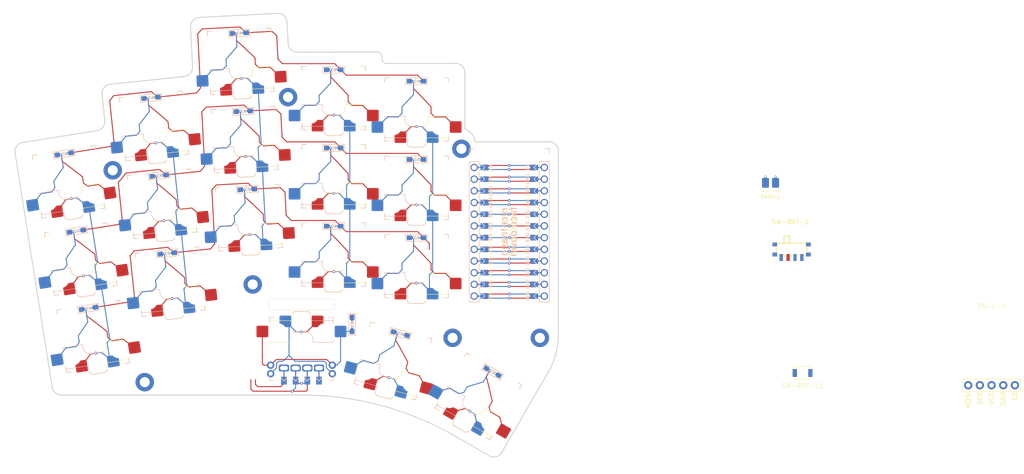
<source format=kicad_pcb>
(kicad_pcb (version 20241229) (generator "pcbnew") (generator_version "9.0")
  (layers (0 "F.Cu" signal) (2 "B.Cu" signal) (13 "F.Paste" user) (15 "B.Paste" user) (5 "F.SilkS" user "F.Silkscreen") (7 "B.SilkS" user "B.Silkscreen") (1 "F.Mask" user) (3 "B.Mask" user) (25 "Edge.Cuts" user))
  (net 0 "")
  (net 1 "Net-(SW-BAT-1-B)")
  (net 2 "GND")
  (net 3 "Net-(D-1-A)")
  (net 4 "Net-(D-2-A)")
  (net 5 "Net-(D-3-A)")
  (net 6 "Net-(D-4-A)")
  (net 7 "Net-(D-5-A)")
  (net 8 "Net-(D-6-A)")
  (net 9 "Net-(D-7-A)")
  (net 10 "Net-(D-8-A)")
  (net 11 "Net-(D-9-A)")
  (net 12 "Net-(D-10-A)")
  (net 13 "Net-(D-11-A)")
  (net 14 "Net-(D-12-A)")
  (net 15 "Net-(D-13-A)")
  (net 16 "Net-(D-14-A)")
  (net 17 "Net-(D-15-A)")
  (net 18 "Net-(D-16-A)")
  (net 19 "Net-(D-17-A)")
  (net 20 "SW-18-OUT")
  (net 22 "VBAT+")
  (net 23 "RST")
  (net 24 "ENC-A")
  (net 25 "ENC-B")
  (net 26 "SCK{slash}SDA")
  (net 27 "CS")
  (net 29 "MOSI{slash}SCL")
  (net 30 "COL-2")
  (net 31 "COL-5")
  (net 32 "COL-4")
  (net 33 "MISO")
  (net 34 "ROW-3")
  (net 36 "COL-1")
  (net 37 "COL-3")
  (net 38 "ROW-4")
  (net 40 "ROW-1")
  (net 41 "ROW-2")
  (net 42 "+3V3")
  (footprint "anura:Choc_Hotswap_Reversible" (layer "F.Cu") (at 302.738033 147.074913 -174)
    (property "Reference" "SW-11" (hide yes))
    (property "Value" "Switch" (hide yes))
  )
  (footprint "anura:SW_PUSH_SPST" (layer "F.Cu") (at 441.9 183.85)
    (property "Reference" "SW-RST-L1")
    (property "Value" "SW_Push" (hide yes))
  )
  (footprint "anura:Choc_Hotswap_Reversible" (layer "F.Cu") (at 358.021138 126.603832 180)
    (property "Reference" "SW-1" (hide yes))
    (property "Value" "Switch" (hide yes))
  )
  (footprint "anura:Choc_Hotswap_Reversible" (layer "F.Cu") (at 300.96105 130.168039 -174)
    (property "Reference" "SW-10" (hide yes))
    (property "Value" "Switch" (hide yes))
  )
  (footprint "anura:Choc_Hotswap_Reversible" (layer "F.Cu") (at 340.021138 158.103832 180)
    (property "Reference" "SW-6" (hide yes))
    (property "Value" "Switch" (hide yes))
  )
  (footprint "" (layer "F.Cu") (at 384.817174 176.21173)
    (property "Reference" "")
    (property "Value" "")
  )
  (footprint "anura:SW-TH_MSK12C02" (layer "F.Cu") (at 439.5 157 180)
    (property "Reference" "SW-BAT-1")
    (property "Value" "SW_SPDT")
  )
  (footprint "" (layer "F.Cu") (at 330.111138 123.903833)
    (property "Reference" "")
    (property "Value" "")
  )
  (footprint "anura:Choc_Hotswap_Reversible" (layer "F.Cu") (at 321.588617 150.086505 -177)
    (property "Reference" "SW-9" (hide yes))
    (property "Value" "Switch" (hide yes))
  )
  (footprint "anura:Choc_Hotswap_Reversible" (layer "F.Cu") (at 320.698906 133.109803 -177)
    (property "Reference" "SW-8" (hide yes))
    (property "Value" "Switch" (hide yes))
  )
  (footprint "anura:nice!view" (layer "F.Cu") (at 482.965 169.8)
    (property "Reference" "DS-L-1")
    (property "Value" "Nice!View" (hide yes))
  )
  (footprint "" (layer "F.Cu") (at 292.021138 139.803833)
    (property "Reference" "")
    (property "Value" "")
  )
  (footprint "anura:hotswap_chocv1_combined_EVQWGD001" (layer "F.Cu") (at 333.021215 178.624572)
    (property "Reference" "CombChocEncoder1" (hide yes))
    (property "Value" "~" (hide yes))
    (fp_line (start -7.1 -10.577) (end -7.1 -8.777) (stroke (width 0.05)) (layer "Edge.Cuts"))
    (fp_line (start -6.8 -8.477) (end 6.8 -8.477) (stroke (width 0.05)) (layer "Edge.Cuts"))
    (fp_line (start 6.8 -10.877) (end -6.8 -10.877) (stroke (width 0.05)) (layer "Edge.Cuts"))
    (fp_line (start 7.1 -8.777) (end 7.1 -10.577) (stroke (width 0.05)) (layer "Edge.Cuts"))
    (fp_arc (start -7.1 -10.577) (mid -7.012132 -10.789132) (end -6.8 -10.877) (stroke (width 0.05)) (layer "Edge.Cuts"))
    (fp_arc (start -6.8 -8.477) (mid -7.012132 -8.564868) (end -7.1 -8.777) (stroke (width 0.05)) (layer "Edge.Cuts"))
    (fp_arc (start 6.8 -10.877) (mid 7.012132 -10.789132) (end 7.1 -10.577) (stroke (width 0.05)) (layer "Edge.Cuts"))
    (fp_arc (start 7.1 -8.777) (mid 7.012132 -8.564868) (end 6.8 -8.477) (stroke (width 0.05)) (layer "Edge.Cuts"))
  )
  (footprint "anura:BatteryPad" (layer "F.Cu") (at 434.928862 142.528136)
    (property "Reference" "BP-1" (hide yes))
    (property "Value" "~" (hide yes))
  )
  (footprint "" (layer "F.Cu") (at 298.971135 185.833831)
    (property "Reference" "")
    (property "Value" "")
  )
  (footprint "anura:Choc_Hotswap_Reversible" (layer "F.Cu") (at 287.737353 175.880814 -171)
    (property "Reference" "SW-15" (hide yes))
    (property "Value" "Switch" (hide yes))
  )
  (footprint "anura:Choc_Hotswap_Reversible" (layer "F.Cu") (at 358.021139 143.603832 180)
    (property "Reference" "SW-2" (hide yes))
    (property "Value" "Switch" (hide yes))
  )
  (footprint "" (layer "F.Cu") (at 367.771139 135.133833)
    (property "Reference" "")
    (property "Value" "")
  )
  (footprint "" (layer "F.Cu") (at 322.430659 164.603832)
    (property "Reference" "")
    (property "Value" "")
  )
  (footprint "anura:Choc_Hotswap_Reversible" (layer "F.Cu") (at 304.515017 163.981785 -174)
    (property "Reference" "SW-12" (hide yes))
    (property "Value" "Switch" (hide yes))
  )
  (footprint "anura:Choc_Hotswap_Reversible" (layer "F.Cu") (at 340.021138 141.103832 180)
    (property "Reference" "SW-5" (hide yes))
    (property "Value" "Switch" (hide yes))
  )
  (footprint "anura:Choc_Hotswap_Reversible" (layer "F.Cu") (at 319.809194 116.133101 -177)
    (property "Reference" "SW-7" (hide yes))
    (property "Value" "Switch" (hide yes))
  )
  (footprint "anura:Choc_Hotswap_Reversible" (layer "F.Cu") (at 285.077967 159.090111 -171)
    (property "Reference" "SW-14" (hide yes))
    (property "Value" "Switch" (hide yes))
  )
  (footprint "anura:Choc_Hotswap_Reversible" (layer "F.Cu") (at 282.418579 142.299411 -171)
    (property "Reference" "SW-13" (hide yes))
    (property "Value" "Switch" (hide yes))
  )
  (footprint "anura:Choc_Hotswap_Reversible" (layer "F.Cu") (at 352.914509 181.243574 165)
    (property "Reference" "SW-17" (hide yes))
    (property "Value" "Switch" (hide yes))
  )
  (footprint "anura:Choc_Hotswap_Reversible" (layer "F.Cu") (at 371.452108 188.922099 150)
    (property "Reference" "SW-16" (hide yes))
    (property "Value" "Switch" (hide yes))
  )
  (footprint "anura:Choc_Hotswap_Reversible" (layer "F.Cu") (at 340.021136 124.103834 180)
    (property "Reference" "SW-4" (hide yes))
    (property "Value" "Switch" (hide yes))
  )
  (footprint "" (layer "F.Cu") (at 365.857841 176.21173)
    (property "Reference" "")
    (property "Value" "")
  )
  (footprint "anura:nice!nano_facedown" (layer "F.Cu") (at 378.166139 153.163836)
    (property "Reference" "U1" (hide yes))
    (property "Value" "Nice_Nano_V2" (hide yes))
  )
  (footprint "anura:Choc_Hotswap_Reversible" (layer "F.Cu") (at 358.021138 160.603832 180)
    (property "Reference" "SW-3" (hide yes))
    (property "Value" "Switch" (hide yes))
  )
  (footprint "anura:SOD123 Reversible" (layer "B.Cu") (at 374.527108 183.596044 150)
    (property "Reference" "D-16")
    (property "Value" "Diode" (hide yes))
  )
  (footprint "anura:SOD123 Reversible" (layer "B.Cu") (at 340.021138 134.953833 180)
    (property "Reference" "D-5")
    (property "Value" "Diode" (hide yes))
  )
  (footprint "anura:SOD123 Reversible" (layer "B.Cu") (at 321.266755 143.944935 -177)
    (property "Reference" "D-9")
    (property "Value" "Diode" (hide yes))
  )
  (footprint "anura:SOD123 Reversible" (layer "B.Cu") (at 320.377041 126.968232 -177)
    (property "Reference" "D-8")
    (property "Value" "Diode" (hide yes))
  )
  (footprint "anura:SOD123 Reversible" (layer "B.Cu") (at 344.021062 173.27457 -90)
    (property "Reference" "D-18")
    (property "Value" "Diode" (hide yes))
  )
  (footprint "anura:SOD123 Reversible" (layer "B.Cu") (at 284.115894 153.015828 -171)
    (property "Reference" "D-14")
    (property "Value" "Diode" (hide yes))
  )
  (footprint "anura:SOD123 Reversible" (layer "B.Cu") (at 358.021138 137.453833 180)
    (property "Reference" "D-2")
    (property "Value" "Diode" (hide yes))
  )
  (footprint "anura:SOD123 Reversible" (layer "B.Cu") (at 354.506245 175.30313 165)
    (property "Reference" "D-17")
    (property "Value" "Diode" (hide yes))
  )
  (footprint "anura:SOD123 Reversible" (layer "B.Cu") (at 303.872168 157.865476 -174)
    (property "Reference" "D-12")
    (property "Value" "Diode" (hide yes))
  )
  (footprint "anura:SOD123 Reversible" (layer "B.Cu") (at 358.021138 154.453833 180)
    (property "Reference" "D-3")
    (property "Value" "Diode" (hide yes))
  )
  (footprint "anura:SOD123 Reversible" (layer "B.Cu") (at 319.487328 109.991531 -177)
    (property "Reference" "D-7")
    (property "Value" "Diode" (hide yes))
  )
  (footprint "anura:SOD123 Reversible" (layer "B.Cu") (at 340.021137 117.953837 180)
    (property "Reference" "D-4")
    (property "Value" "Diode" (hide yes))
  )
  (footprint "anura:SOD123 Reversible" (layer "B.Cu") (at 286.775281 169.80653 -171)
    (property "Reference" "D-15")
    (property "Value" "Diode" (hide yes))
  )
  (footprint "anura:SOD123 Reversible" (layer "B.Cu") (at 300.318199 124.051731 -174)
    (property "Reference" "D-10")
    (property "Value" "Diode" (hide yes))
  )
  (footprint "anura:SOD123 Reversible" (layer "B.Cu") (at 302.095183 140.958604 -174)
    (property "Reference" "D-11")
    (property "Value" "Diode" (hide yes))
  )
  (footprint "anura:SOD123 Reversible" (layer "B.Cu") (at 340.021139 151.953833 180)
    (property "Reference" "D-6")
    (property "Value" "Diode" (hide yes))
  )
  (footprint "anura:SOD123 Reversible" (layer "B.Cu") (at 358.021138 120.453833 180)
    (property "Reference" "D-1")
    (property "Value" "Diode" (hide yes))
  )
  (footprint "anura:SOD123 Reversible" (layer "B.Cu") (at 281.456509 136.225128 -171)
    (property "Reference" "D-13")
    (property "Value" "Diode" (hide yes))
  )
  (gr_line (start 290.75471 174.795432) (end 287.928144 172.610706) (stroke (width 0.2)) (layer "F.Cu") (net 17))
  (gr_line (start 289.229631 160.052497) (end 288.314336 159.387492) (stroke (width 0.2)) (layer "F.Cu") (net 16))
  (gr_line (start 306.833642 148.25326) (end 305.9544 147.541266) (stroke (width 0.2)) (layer "F.Cu") (net 13))
  (gr_line (start 343.171138 123.503833) (end 340.721139 120.903833) (stroke (width 0.2)) (layer "F.Cu") (net 6))
  (gr_line (start 343.171138 140.503834) (end 340.721138 137.903833) (stroke (width 0.2)) (layer "F.Cu") (net 7))
  (gr_line (start 323.813192 132.345767) (end 321.230472 129.877554) (stroke (width 0.2)) (layer "F.Cu") (net 10))
  (gr_line (start 343.171138 157.503833) (end 340.721138 154.903833) (stroke (width 0.2)) (layer "F.Cu") (net 8))
  (gr_line (start 374.072907 192.28274) (end 373.780087 191.189921) (stroke (width 0.2)) (layer "F.Cu") (net 18))
  (gr_line (start 343.971138 125.703833) (end 343.171138 124.903833) (stroke (width 0.2)) (layer "F.Cu") (net 6))
  (gr_line (start 374.480089 189.977484) (end 373.658325 186.500818) (stroke (width 0.2)) (layer "F.Cu") (net 18))
  (gr_line (start 305.056656 131.346389) (end 304.177416 130.634394) (stroke (width 0.2)) (layer "F.Cu") (net 12))
  (gr_line (start 304.031076 129.242064) (end 301.322723 126.912401) (stroke (width 0.2)) (layer "F.Cu") (net 12))
  (gr_line (start 356.112465 181.479299) (end 354.418877 178.333784) (stroke (width 0.2)) (layer "F.Cu") (net 19))
  (gr_line (start 307.585045 163.055807) (end 304.876691 160.726144) (stroke (width 0.2)) (layer "F.Cu") (net 14))
  (gr_line (start 324.702899 149.322469) (end 322.120183 146.854257) (stroke (width 0.2)) (layer "F.Cu") (net 11))
  (gr_line (start 291.889019 176.843198) (end 290.973719 176.178195) (stroke (width 0.2)) (layer "F.Cu") (net 17))
  (gr_line (start 286.570245 143.261796) (end 285.654948 142.596794) (stroke (width 0.2)) (layer "F.Cu") (net 15))
  (gr_line (start 325.61694 151.477586) (end 324.776169 150.720551) (stroke (width 0.2)) (layer "F.Cu") (net 11))
  (gr_line (start 361.171138 143.003833) (end 358.721139 140.403831) (stroke (width 0.2)) (layer "F.Cu") (net 4))
  (gr_line (start 361.971138 162.203834) (end 361.171138 161.403831) (stroke (width 0.2)) (layer "F.Cu") (net 5))
  (gr_line (start 361.971138 145.203832) (end 361.171139 144.403832) (stroke (width 0.2)) (layer "F.Cu") (net 4))
  (gr_line (start 288.095324 158.00473) (end 285.268758 155.820005) (stroke (width 0.2)) (layer "F.Cu") (net 16))
  (gr_line (start 361.971138 128.203833) (end 361.171136 127.403833) (stroke (width 0.2)) (layer "F.Cu") (net 3))
  (gr_line (start 285.435939 141.21403) (end 282.609373 139.029305) (stroke (width 0.2)) (layer "F.Cu") (net 15))
  (gr_line (start 361.171139 160.003838) (end 358.721139 157.403832) (stroke (width 0.2)) (layer "F.Cu") (net 5))
  (gr_line (start 308.610625 165.160132) (end 307.731384 164.448137) (stroke (width 0.2)) (layer "F.Cu") (net 14))
  (gr_line (start 322.923476 115.369064) (end 320.34076 112.900853) (stroke (width 0.2)) (layer "F.Cu") (net 9))
  (gr_line (start 356.315803 183.811392) (end 355.750119 182.831596) (stroke (width 0.2)) (layer "F.Cu") (net 19))
  (gr_line (start 324.72723 134.500884) (end 323.886458 133.743849) (stroke (width 0.2)) (layer "F.Cu") (net 10))
  (gr_line (start 361.171139 126.003833) (end 358.721138 123.403833) (stroke (width 0.2)) (layer "F.Cu") (net 3))
  (gr_line (start 323.837518 117.524187) (end 322.996746 116.767148) (stroke (width 0.2)) (layer "F.Cu") (net 9))
  (gr_line (start 343.971139 159.703833) (end 343.171139 158.903831) (stroke (width 0.2)) (layer "F.Cu") (net 8))
  (gr_line (start 343.971133 142.703832) (end 343.171139 141.903825) (stroke (width 0.2)) (layer "F.Cu") (net 7))
  (gr_line (start 305.80806 146.148934) (end 303.099709 143.819273) (stroke (width 0.2)) (layer "F.Cu") (net 13))
  (gr_line (start 354.871138 160.003833) (end 357.321138 157.403833) (stroke (width 0.2)) (layer "B.Cu") (net 5))
  (gr_line (start 354.071138 145.203839) (end 354.871139 144.403833) (stroke (width 0.2)) (layer "B.Cu") (net 4))
  (gr_line (start 297.765588 129.900592) (end 299.930393 127.058741) (stroke (width 0.2)) (layer "B.Cu") (net 12))
  (gr_line (start 354.871138 126.003832) (end 357.321138 123.403833) (stroke (width 0.2)) (layer "B.Cu") (net 3))
  (gr_line (start 301.319557 163.714337) (end 303.484361 160.872485) (stroke (width 0.2)) (layer "B.Cu") (net 14))
  (gr_line (start 336.871138 157.503832) (end 339.321138 154.903833) (stroke (width 0.2)) (layer "B.Cu") (net 8))
  (gr_line (start 298.976917 149.079035) (end 299.688913 148.199794) (stroke (width 0.2)) (layer "B.Cu") (net 13))
  (gr_line (start 354.871137 143.003831) (end 357.321138 140.403833) (stroke (width 0.2)) (layer "B.Cu") (net 4))
  (gr_line (start 369.024129 186.827484) (end 372.445891 185.800819) (stroke (width 0.2)) (layer "B.Cu") (net 18))
  (gr_line (start 315.948346 117.937637) (end 316.70538 117.096864) (stroke (width 0.2)) (layer "B.Cu") (net 9))
  (gr_line (start 336.071138 142.703832) (end 336.871138 141.903833) (stroke (width 0.2)) (layer "B.Cu") (net 7))
  (gr_line (start 350.027133 179.84874) (end 353.066581 177.971438) (stroke (width 0.2)) (layer "B.Cu") (net 19))
  (gr_line (start 284.532274 175.780969) (end 286.545381 172.829714) (stroke (width 0.2)) (layer "B.Cu") (net 17))
  (gr_line (start 348.68499 181.766715) (end 349.664785 181.201036) (stroke (width 0.2)) (layer "B.Cu") (net 19))
  (gr_line (start 278.767507 144.497629) (end 279.432511 143.582331) (stroke (width 0.2)) (layer "B.Cu") (net 15))
  (gr_line (start 336.071139 125.703833) (end 336.871138 124.903839) (stroke (width 0.2)) (layer "B.Cu") (net 6))
  (gr_line (start 299.542573 146.807463) (end 301.707377 143.965612) (stroke (width 0.2)) (layer "B.Cu") (net 13))
  (gr_line (start 317.727768 151.891041) (end 318.484799 151.050269) (stroke (width 0.2)) (layer "B.Cu") (net 11))
  (gr_line (start 336.871138 123.503832) (end 339.321138 120.903833) (stroke (width 0.2)) (layer "B.Cu") (net 6))
  (gr_line (start 284.086279 178.079031) (end 284.751282 177.163733) (stroke (width 0.2)) (layer "B.Cu") (net 17))
  (gr_line (start 281.426893 161.288329) (end 282.091895 160.373033) (stroke (width 0.2)) (layer "B.Cu") (net 16))
  (gr_line (start 367.23131 188.332742) (end 368.324129 188.039921) (stroke (width 0.2)) (layer "B.Cu") (net 18))
  (gr_line (start 336.071138 159.703833) (end 336.871138 158.903838) (stroke (width 0.2)) (layer "B.Cu") (net 8))
  (gr_line (start 300.753901 165.985907) (end 301.465896 165.106667) (stroke (width 0.2)) (layer "B.Cu") (net 14))
  (gr_line (start 317.521821 132.675485) (end 319.832391 129.950824) (stroke (width 0.2)) (layer "B.Cu") (net 10))
  (gr_line (start 318.411533 149.652187) (end 320.722103 146.927527) (stroke (width 0.2)) (layer "B.Cu") (net 11))
  (gr_line (start 354.071139 162.203833) (end 354.871138 161.403833) (stroke (width 0.2)) (layer "B.Cu") (net 5))
  (gr_line (start 279.213503 142.199567) (end 281.226609 139.248311) (stroke (width 0.2)) (layer "B.Cu") (net 15))
  (gr_line (start 316.63211 115.698783) (end 318.94268 112.974123) (stroke (width 0.2)) (layer "B.Cu") (net 9))
  (gr_line (start 316.838057 134.914338) (end 317.595092 134.073565) (stroke (width 0.2)) (layer "B.Cu") (net 10))
  (gr_line (start 336.871138 140.503832) (end 339.321138 137.903833) (stroke (width 0.2)) (layer "B.Cu") (net 7))
  (gr_line (start 354.071138 128.203833) (end 354.871137 127.403832) (stroke (width 0.2)) (layer "B.Cu") (net 3))
  (gr_line (start 297.199935 132.172163) (end 297.911927 131.292922) (stroke (width 0.2)) (layer "B.Cu") (net 12))
  (gr_line (start 281.872892 158.990266) (end 283.885995 156.039012) (stroke (width 0.2)) (layer "B.Cu") (net 16))
  (gr_arc (start 289.682304 123.309388) (mid 290.117057 121.841694) (end 291.462294 121.111312) (stroke (width 0.2)) (layer "Edge.Cuts"))
  (gr_arc (start 327.774143 105.701949) (mid 329.214135 106.210245) (end 329.875664 107.586577) (stroke (width 0.2)) (layer "Edge.Cuts"))
  (gr_line (start 308.904863 108.693606) (end 309.357205 117.324818) (stroke (width 0.2)) (layer "Edge.Cuts"))
  (gr_line (start 270.796352 136.040534) (end 278.85916 186.947083) (stroke (width 0.2)) (layer "Edge.Cuts"))
  (gr_line (start 376.545332 201.100315) (end 386.751845 183.422116) (stroke (width 0.2)) (layer "Edge.Cuts"))
  (gr_line (start 366.521116 116.603832) (end 351.521116 116.603833) (stroke (width 0.2)) (layer "Edge.Cuts"))
  (gr_arc (start 366.521116 116.603832) (mid 367.932793 117.187064) (end 368.521104 118.596624) (stroke (width 0.2)) (layer "Edge.Cuts"))
  (gr_arc (start 309.357205 117.324818) (mid 308.880798 118.728314) (end 307.569101 119.418419) (stroke (width 0.2)) (layer "Edge.Cuts"))
  (gr_line (start 386.821116 133.603831) (end 370.771111 133.603833) (stroke (width 0.2)) (layer "Edge.Cuts"))
  (gr_line (start 388.821105 175.684835) (end 388.821107 135.596624) (stroke (width 0.2)) (layer "Edge.Cuts"))
  (gr_arc (start 333.021178 188.624572) (mid 350.326285 190.902843) (end 366.452085 197.582355) (stroke (width 0.2)) (layer "Edge.Cuts"))
  (gr_line (start 289.682304 123.309388) (end 290.281518 129.010531) (stroke (width 0.2)) (layer "Edge.Cuts"))
  (gr_line (start 368.521104 130.796645) (end 368.521104 118.596624) (stroke (width 0.2)) (layer "Edge.Cuts"))
  (gr_line (start 288.600209 131.195686) (end 272.458916 133.75221) (stroke (width 0.2)) (layer "Edge.Cuts"))
  (gr_arc (start 349.518236 114.102395) (mid 350.227197 114.394261) (end 350.521104 115.102388) (stroke (width 0.2)) (layer "Edge.Cuts"))
  (gr_line (start 307.569101 119.418419) (end 291.462294 121.111312) (stroke (width 0.2)) (layer "Edge.Cuts"))
  (gr_arc (start 280.833016 188.624572) (mid 279.537837 188.148544) (end 278.85916 186.947083) (stroke (width 0.2)) (layer "Edge.Cuts"))
  (gr_line (start 280.833016 188.624572) (end 333.021178 188.624572) (stroke (width 0.2)) (layer "Edge.Cuts"))
  (gr_arc (start 388.821105 175.684835) (mid 388.294859 179.689439) (end 386.751845 183.422116) (stroke (width 0.2)) (layer "Edge.Cuts"))
  (gr_line (start 366.452085 197.582355) (end 373.813289 201.832352) (stroke (width 0.2)) (layer "Edge.Cuts"))
  (gr_arc (start 332.123576 114.152492) (mid 330.738145 113.600686) (end 330.119736 112.24371) (stroke (width 0.2)) (layer "Edge.Cuts"))
  (gr_line (start 349.518236 114.102395) (end 332.123576 114.152492) (stroke (width 0.2)) (layer "Edge.Cuts"))
  (gr_arc (start 351.521116 116.603833) (mid 350.814023 116.310932) (end 350.521104 115.603833) (stroke (width 0.2)) (layer "Edge.Cuts"))
  (gr_arc (start 368.521104 130.796645) (mid 370.029866 131.892652) (end 370.771111 133.603833) (stroke (width 0.2)) (layer "Edge.Cuts"))
  (gr_arc (start 290.281518 129.010531) (mid 289.877574 130.439116) (end 288.600209 131.195686) (stroke (width 0.2)) (layer "Edge.Cuts"))
  (gr_line (start 327.774143 105.701949) (end 310.797449 106.591661) (stroke (width 0.2)) (layer "Edge.Cuts"))
  (gr_arc (start 270.796352 136.040534) (mid 271.153699 134.552045) (end 272.458916 133.75221) (stroke (width 0.2)) (layer "Edge.Cuts"))
  (gr_line (start 330.119736 112.24371) (end 329.875664 107.586577) (stroke (width 0.2)) (layer "Edge.Cuts"))
  (gr_arc (start 308.904863 108.693606) (mid 309.415831 107.250667) (end 310.797449 106.591661) (stroke (width 0.2)) (layer "Edge.Cuts"))
  (gr_arc (start 376.545332 201.100315) (mid 375.330932 202.032182) (end 373.813289 201.832352) (stroke (width 0.2)) (layer "Edge.Cuts"))
  (gr_line (start 350.521104 115.603833) (end 350.521104 115.102388) (stroke (width 0.2)) (layer "Edge.Cuts"))
  (gr_arc (start 386.821116 133.603831) (mid 388.232794 134.187063) (end 388.821107 135.596624) (stroke (width 0.2)) (layer "Edge.Cuts"))
  (segment (start 336.831214 182.769572) (end 336.831214 185.078572) (width 0.2) (layer "F.Cu") (net 0))
  (segment (start 329.211214 182.769571) (end 329.211214 185.078572) (width 0.2) (layer "F.Cu") (net 0))
  (segment (start 334.291214 182.769572) (end 334.291214 185.078573) (width 0.2) (layer "F.Cu") (net 0))
  (segment (start 331.751214 182.769571) (end 331.751214 185.078572) (width 0.2) (layer "F.Cu") (net 0))
  (segment (start 329.211214 182.769571) (end 329.211214 185.078572) (width 0.2) (layer "B.Cu") (net 0))
  (segment (start 336.831214 182.769572) (end 336.831214 185.078572) (width 0.2) (layer "B.Cu") (net 0))
  (segment (start 331.751214 182.769571) (end 331.751214 185.078572) (width 0.2) (layer "B.Cu") (net 0))
  (segment (start 334.291214 182.769572) (end 334.291214 185.078573) (width 0.2) (layer "B.Cu") (net 0))
  (segment (start 378.171138 147.263833) (end 382.547138 147.263833) (width 0.2) (layer "F.Cu") (net 2))
  (segment (start 382.547138 144.723833) (end 382.997138 144.273833) (width 0.2) (layer "F.Cu") (net 2))
  (segment (start 382.547138 147.263833) (end 382.997137 146.813833) (width 0.2) (layer "F.Cu") (net 2))
  (segment (start 378.171138 144.723834) (end 382.547138 144.723833) (width 0.2) (layer "F.Cu") (net 2))
  (segment (start 333.021138 186.094571) (end 331.751214 186.094571) (width 0.2) (layer "F.Cu") (net 2))
  (segment (start 373.345139 141.733832) (end 373.795138 141.283831) (width 0.2) (layer "F.Cu") (net 2))
  (segment (start 373.795138 141.283831) (end 378.171138 141.283832) (width 0.2) (layer "F.Cu") (net 2))
  (via (at 378.171138 144.723834) (size 0.6) (drill 0.3) (layers "F.Cu" "B.Cu") (net 2))
  (via (at 378.171138 141.283832) (size 0.6) (drill 0.3) (layers "F.Cu" "B.Cu") (net 2))
  (via (at 378.171138 147.263833) (size 0.6) (drill 0.3) (layers "F.Cu" "B.Cu") (net 2))
  (via (at 333.021138 186.094571) (size 0.6) (drill 0.3) (layers "F.Cu" "B.Cu") (net 2))
  (segment (start 373.345138 146.813832) (end 373.795138 147.263833) (width 0.2) (layer "B.Cu") (net 2))
  (segment (start 373.345138 144.273832) (end 373.795138 144.723838) (width 0.2) (layer "B.Cu") (net 2))
  (segment (start 373.795138 147.263833) (end 378.171138 147.263833) (width 0.2) (layer "B.Cu") (net 2))
  (segment (start 378.171138 141.283832) (end 382.547138 141.283833) (width 0.2) (layer "B.Cu") (net 2))
  (segment (start 373.795138 144.723838) (end 378.171138 144.723834) (width 0.2) (layer "B.Cu") (net 2))
  (segment (start 382.547138 141.283833) (end 382.997146 141.733831) (width 0.2) (layer "B.Cu") (net 2))
  (segment (start 334.291214 186.094572) (end 333.021138 186.094571) (width 0.2) (layer "B.Cu") (net 2))
  (segment (start 361.171136 127.403833) (end 361.171139 126.003833) (width 0.2) (layer "F.Cu") (net 3))
  (segment (start 366.521138 130.403833) (end 364.321138 128.203833) (width 0.2) (layer "F.Cu") (net 3))
  (segment (start 357.371138 122.053833) (end 357.371138 120.453832) (width 0.2) (layer "F.Cu") (net 3))
  (segment (start 364.321138 128.203833) (end 361.971138 128.203833) (width 0.2) (layer "F.Cu") (net 3))
  (segment (start 358.721138 123.403833) (end 357.371138 122.053833) (width 0.2) (layer "F.Cu") (net 3))
  (segment (start 357.371138 120.453832) (end 357.371138 123.353833) (width 0.2) (layer "B.Cu") (net 3))
  (segment (start 351.721138 128.203832) (end 354.071138 128.203833) (width 0.2) (layer "B.Cu") (net 3))
  (segment (start 349.521139 130.403833) (end 351.721138 128.203832) (width 0.2) (layer "B.Cu") (net 3))
  (segment (start 357.371138 123.353833) (end 357.321138 123.403833) (width 0.2) (layer "B.Cu") (net 3))
  (segment (start 354.871137 127.403832) (end 354.871138 126.003832) (width 0.2) (layer "B.Cu") (net 3))
  (segment (start 358.721139 140.403831) (end 357.371138 139.053833) (width 0.2) (layer "F.Cu") (net 4))
  (segment (start 364.321138 145.203833) (end 361.971138 145.203832) (width 0.2) (layer "F.Cu") (net 4))
  (segment (start 366.521136 147.403833) (end 364.321138 145.203833) (width 0.2) (layer "F.Cu") (net 4))
  (segment (start 357.371138 139.053833) (end 357.371138 137.453832) (width 0.2) (layer "F.Cu") (net 4))
  (segment (start 361.171139 144.403832) (end 361.171138 143.003833) (width 0.2) (layer "F.Cu") (net 4))
  (segment (start 357.371138 137.453832) (end 357.371138 140.353833) (width 0.2) (layer "B.Cu") (net 4))
  (segment (start 349.521138 147.403833) (end 351.721132 145.203833) (width 0.2) (layer "B.Cu") (net 4))
  (segment (start 357.371138 140.353833) (end 357.321138 140.403833) (width 0.2) (layer "B.Cu") (net 4))
  (segment (start 351.721132 145.203833) (end 354.071138 145.203839) (width 0.2) (layer "B.Cu") (net 4))
  (segment (start 354.871139 144.403833) (end 354.871137 143.003831) (width 0.2) (layer "B.Cu") (net 4))
  (segment (start 364.321137 162.203839) (end 361.971138 162.203834) (width 0.2) (layer "F.Cu") (net 5))
  (segment (start 361.171138 161.403831) (end 361.171139 160.003838) (width 0.2) (layer "F.Cu") (net 5))
  (segment (start 366.521138 164.403832) (end 364.321137 162.203839) (width 0.2) (layer "F.Cu") (net 5))
  (segment (start 357.371138 156.053833) (end 357.371138 154.453832) (width 0.2) (layer "F.Cu") (net 5))
  (segment (start 358.721139 157.403832) (end 357.371138 156.053833) (width 0.2) (layer "F.Cu") (net 5))
  (segment (start 357.371134 157.353831) (end 357.321138 157.403833) (width 0.2) (layer "B.Cu") (net 5))
  (segment (start 351.721138 162.203834) (end 354.071139 162.203833) (width 0.2) (layer "B.Cu") (net 5))
  (segment (start 357.371138 154.453832) (end 357.371134 157.353831) (width 0.2) (layer "B.Cu") (net 5))
  (segment (start 354.871138 161.403833) (end 354.871138 160.003833) (width 0.2) (layer "B.Cu") (net 5))
  (segment (start 349.521138 164.403833) (end 351.721138 162.203834) (width 0.2) (layer "B.Cu") (net 5))
  (segment (start 340.721139 120.903833) (end 339.371138 119.553832) (width 0.2) (layer "F.Cu") (net 6))
  (segment (start 339.371138 119.553832) (end 339.371138 117.953829) (width 0.2) (layer "F.Cu") (net 6))
  (segment (start 346.321138 125.703832) (end 343.971138 125.703833) (width 0.2) (layer "F.Cu") (net 6))
  (segment (start 348.521138 127.903833) (end 346.321138 125.703832) (width 0.2) (layer "F.Cu") (net 6))
  (segment (start 343.171138 124.903833) (end 343.171138 123.503833) (width 0.2) (layer "F.Cu") (net 6))
  (segment (start 339.371138 117.953829) (end 339.371139 120.853833) (width 0.2) (layer "B.Cu") (net 6))
  (segment (start 336.871138 124.903839) (end 336.871138 123.503832) (width 0.2) (layer "B.Cu") (net 6))
  (segment (start 339.371139 120.853833) (end 339.321138 120.903833) (width 0.2) (layer "B.Cu") (net 6))
  (segment (start 333.721138 125.703833) (end 336.071139 125.703833) (width 0.2) (layer "B.Cu") (net 6))
  (segment (start 331.521138 127.903833) (end 333.721138 125.703833) (width 0.2) (layer "B.Cu") (net 6))
  (segment (start 340.721138 137.903833) (end 339.371138 136.553833) (width 0.2) (layer "F.Cu") (net 7))
  (segment (start 343.171139 141.903825) (end 343.171138 140.503834) (width 0.2) (layer "F.Cu") (net 7))
  (segment (start 348.521138 144.903833) (end 346.321138 142.703833) (width 0.2) (layer "F.Cu") (net 7))
  (segment (start 339.371138 136.553833) (end 339.371138 134.953832) (width 0.2) (layer "F.Cu") (net 7))
  (segment (start 346.321138 142.703833) (end 343.971133 142.703832) (width 0.2) (layer "F.Cu") (net 7))
  (segment (start 333.721138 142.703833) (end 336.071138 142.703832) (width 0.2) (layer "B.Cu") (net 7))
  (segment (start 331.521138 144.903833) (end 333.721138 142.703833) (width 0.2) (layer "B.Cu") (net 7))
  (segment (start 339.371138 134.953832) (end 339.371138 137.853833) (width 0.2) (layer "B.Cu") (net 7))
  (segment (start 336.871138 141.903833) (end 336.871138 140.503832) (width 0.2) (layer "B.Cu") (net 7))
  (segment (start 339.371138 137.853833) (end 339.321138 137.903833) (width 0.2) (layer "B.Cu") (net 7))
  (segment (start 346.321139 159.703832) (end 343.971139 159.703833) (width 0.2) (layer "F.Cu") (net 8))
  (segment (start 339.371139 153.553833) (end 339.371139 151.953832) (width 0.2) (layer "F.Cu") (net 8))
  (segment (start 343.171139 158.903831) (end 343.171138 157.503833) (width 0.2) (layer "F.Cu") (net 8))
  (segment (start 340.721138 154.903833) (end 339.371139 153.553833) (width 0.2) (layer "F.Cu") (net 8))
  (segment (start 348.521144 161.903833) (end 346.321139 159.703832) (width 0.2) (layer "F.Cu") (net 8))
  (segment (start 336.871138 158.903838) (end 336.871138 157.503832) (width 0.2) (layer "B.Cu") (net 8))
  (segment (start 331.521139 161.903833) (end 333.721134 159.703833) (width 0.2) (layer "B.Cu") (net 8))
  (segment (start 333.721134 159.703833) (end 336.071138 159.703833) (width 0.2) (layer "B.Cu") (net 8))
  (segment (start 339.371139 151.953832) (end 339.371138 154.853833) (width 0.2) (layer "B.Cu") (net 8))
  (segment (start 339.371138 154.853833) (end 339.321138 154.903833) (width 0.2) (layer "B.Cu") (net 8))
  (segment (start 322.996746 116.767148) (end 322.923476 115.369064) (width 0.2) (layer "F.Cu") (net 9))
  (segment (start 320.34076 112.900853) (end 318.921956 111.623355) (width 0.2) (layer "F.Cu") (net 9))
  (segment (start 318.921956 111.623355) (end 318.838218 110.025549) (width 0.2) (layer "F.Cu") (net 9))
  (segment (start 328.496421 119.483039) (end 326.184298 117.401193) (width 0.2) (layer "F.Cu") (net 9))
  (segment (start 326.184298 117.401193) (end 323.837518 117.524187) (width 0.2) (layer "F.Cu") (net 9))
  (segment (start 318.989992 112.921574) (end 318.94268 112.974123) (width 0.2) (layer "B.Cu") (net 9))
  (segment (start 313.601569 118.060626) (end 315.948346 117.937637) (width 0.2) (layer "B.Cu") (net 9))
  (segment (start 311.519723 120.372752) (end 313.601569 118.060626) (width 0.2) (layer "B.Cu") (net 9))
  (segment (start 316.70538 117.096864) (end 316.63211 115.698783) (width 0.2) (layer "B.Cu") (net 9))
  (segment (start 318.838218 110.025549) (end 318.989992 112.921574) (width 0.2) (layer "B.Cu") (net 9))
  (segment (start 319.811668 128.600057) (end 319.727931 127.002251) (width 0.2) (layer "F.Cu") (net 10))
  (segment (start 329.386134 136.459741) (end 327.07401 134.377895) (width 0.2) (layer "F.Cu") (net 10))
  (segment (start 321.230472 129.877554) (end 319.811668 128.600057) (width 0.2) (layer "F.Cu") (net 10))
  (segment (start 323.886458 133.743849) (end 323.813192 132.345767) (width 0.2) (layer "F.Cu") (net 10))
  (segment (start 327.07401 134.377895) (end 324.72723 134.500884) (width 0.2) (layer "F.Cu") (net 10))
  (segment (start 319.727931 127.002251) (end 319.879705 129.898276) (width 0.2) (layer "B.Cu") (net 10))
  (segment (start 319.879705 129.898276) (end 319.832391 129.950824) (width 0.2) (layer "B.Cu") (net 10))
  (segment (start 317.595092 134.073565) (end 317.521821 132.675485) (width 0.2) (layer "B.Cu") (net 10))
  (segment (start 314.491278 135.03733) (end 316.838057 134.914338) (width 0.2) (layer "B.Cu") (net 10))
  (segment (start 312.409432 137.349452) (end 314.491278 135.03733) (width 0.2) (layer "B.Cu") (net 10))
  (segment (start 324.776169 150.720551) (end 324.702899 149.322469) (width 0.2) (layer "F.Cu") (net 11))
  (segment (start 330.275846 153.436443) (end 327.963721 151.354597) (width 0.2) (layer "F.Cu") (net 11))
  (segment (start 320.701379 145.576759) (end 320.617642 143.978953) (width 0.2) (layer "F.Cu") (net 11))
  (segment (start 322.120183 146.854257) (end 320.701379 145.576759) (width 0.2) (layer "F.Cu") (net 11))
  (segment (start 327.963721 151.354597) (end 325.61694 151.477586) (width 0.2) (layer "F.Cu") (net 11))
  (segment (start 313.299144 154.326153) (end 315.38099 152.01403) (width 0.2) (layer "B.Cu") (net 11))
  (segment (start 315.38099 152.01403) (end 317.727768 151.891041) (width 0.2) (layer "B.Cu") (net 11))
  (segment (start 318.484799 151.050269) (end 318.411533 149.652187) (width 0.2) (layer "B.Cu") (net 11))
  (segment (start 320.769417 146.874979) (end 320.722103 146.927527) (width 0.2) (layer "B.Cu") (net 11))
  (segment (start 320.617642 143.978953) (end 320.769417 146.874979) (width 0.2) (layer "B.Cu") (net 11))
  (segment (start 307.393782 131.100746) (end 305.056656 131.346389) (width 0.2) (layer "F.Cu") (net 12))
  (segment (start 301.322723 126.912401) (end 299.839005 125.710909) (width 0.2) (layer "F.Cu") (net 12))
  (segment (start 304.177416 130.634394) (end 304.031076 129.242064) (width 0.2) (layer "F.Cu") (net 12))
  (segment (start 309.811693 133.058732) (end 307.393782 131.100746) (width 0.2) (layer "F.Cu") (net 12))
  (segment (start 299.839005 125.710909) (end 299.671759 124.119676) (width 0.2) (layer "F.Cu") (net 12))
  (segment (start 297.911927 131.292922) (end 297.765588 129.900592) (width 0.2) (layer "B.Cu") (net 12))
  (segment (start 299.671759 124.119676) (end 299.974893 127.003788) (width 0.2) (layer "B.Cu") (net 12))
  (segment (start 299.974893 127.003788) (end 299.930393 127.058741) (width 0.2) (layer "B.Cu") (net 12))
  (segment (start 294.862806 132.417805) (end 297.199935 132.172163) (width 0.2) (layer "B.Cu") (net 12))
  (segment (start 292.90482 134.835716) (end 294.862806 132.417805) (width 0.2) (layer "B.Cu") (net 12))
  (segment (start 303.099709 143.819273) (end 301.61599 142.61778) (width 0.2) (layer "F.Cu") (net 13))
  (segment (start 305.9544 147.541266) (end 305.80806 146.148934) (width 0.2) (layer "F.Cu") (net 13))
  (segment (start 309.170767 148.007618) (end 306.833642 148.25326) (width 0.2) (layer "F.Cu") (net 13))
  (segment (start 301.61599 142.61778) (end 301.448745 141.026547) (width 0.2) (layer "F.Cu") (net 13))
  (segment (start 311.588679 149.965604) (end 309.170767 148.007618) (width 0.2) (layer "F.Cu") (net 13))
  (segment (start 301.751876 143.910659) (end 301.707377 143.965612) (width 0.2) (layer "B.Cu") (net 13))
  (segment (start 296.639791 149.324678) (end 298.976917 149.079035) (width 0.2) (layer "B.Cu") (net 13))
  (segment (start 301.448745 141.026547) (end 301.751876 143.910659) (width 0.2) (layer "B.Cu") (net 13))
  (segment (start 299.688913 148.199794) (end 299.542573 146.807463) (width 0.2) (layer "B.Cu") (net 13))
  (segment (start 294.681805 151.742587) (end 296.639791 149.324678) (width 0.2) (layer "B.Cu") (net 13))
  (segment (start 304.876691 160.726144) (end 303.392974 159.524652) (width 0.2) (layer "F.Cu") (net 14))
  (segment (start 307.731384 164.448137) (end 307.585045 163.055807) (width 0.2) (layer "F.Cu") (net 14))
  (segment (start 313.365661 166.872476) (end 310.947751 164.914491) (width 0.2) (layer "F.Cu") (net 14))
  (segment (start 303.392974 159.524652) (end 303.225728 157.93342) (width 0.2) (layer "F.Cu") (net 14))
  (segment (start 310.947751 164.914491) (end 308.610625 165.160132) (width 0.2) (layer "F.Cu") (net 14))
  (segment (start 296.458789 168.64946) (end 298.416775 166.23155) (width 0.2) (layer "B.Cu") (net 14))
  (segment (start 301.465896 165.106667) (end 301.319557 163.714337) (width 0.2) (layer "B.Cu") (net 14))
  (segment (start 298.416775 166.23155) (end 300.753901 165.985907) (width 0.2) (layer "B.Cu") (net 14))
  (segment (start 303.528861 160.817532) (end 303.484361 160.872485) (width 0.2) (layer "B.Cu") (net 14))
  (segment (start 303.225728 157.93342) (end 303.528861 160.817532) (width 0.2) (layer "B.Cu") (net 14))
  (segment (start 282.609373 139.029305) (end 281.064809 137.907111) (width 0.2) (layer "F.Cu") (net 15))
  (segment (start 291.408383 144.722933) (end 288.891312 142.894171) (width 0.2) (layer "F.Cu") (net 15))
  (segment (start 285.654948 142.596794) (end 285.435939 141.21403) (width 0.2) (layer "F.Cu") (net 15))
  (segment (start 281.064809 137.907111) (end 280.814513 136.32681) (width 0.2) (layer "F.Cu") (net 15))
  (segment (start 288.891312 142.894171) (end 286.570245 143.261796) (width 0.2) (layer "F.Cu") (net 15))
  (segment (start 281.268171 139.191107) (end 281.226609 139.248311) (width 0.2) (layer "B.Cu") (net 15))
  (segment (start 279.432511 143.582331) (end 279.213503 142.199567) (width 0.2) (layer "B.Cu") (net 15))
  (segment (start 280.814513 136.32681) (end 281.268171 139.191107) (width 0.2) (layer "B.Cu") (net 15))
  (segment (start 276.44644 144.865247) (end 278.767507 144.497629) (width 0.2) (layer "B.Cu") (net 15))
  (segment (start 274.617681 147.382319) (end 276.44644 144.865247) (width 0.2) (layer "B.Cu") (net 15))
  (segment (start 291.550698 159.684875) (end 289.229631 160.052497) (width 0.2) (layer "F.Cu") (net 16))
  (segment (start 288.314336 159.387492) (end 288.095324 158.00473) (width 0.2) (layer "F.Cu") (net 16))
  (segment (start 294.067769 161.513634) (end 291.550698 159.684875) (width 0.2) (layer "F.Cu") (net 16))
  (segment (start 283.724192 154.697812) (end 283.473898 153.11751) (width 0.2) (layer "F.Cu") (net 16))
  (segment (start 285.268758 155.820005) (end 283.724192 154.697812) (width 0.2) (layer "F.Cu") (net 16))
  (segment (start 277.277068 164.173021) (end 279.105825 161.65595) (width 0.2) (layer "B.Cu") (net 16))
  (segment (start 279.105825 161.65595) (end 281.426893 161.288329) (width 0.2) (layer "B.Cu") (net 16))
  (segment (start 282.091895 160.373033) (end 281.872892 158.990266) (width 0.2) (layer "B.Cu") (net 16))
  (segment (start 283.927557 155.981806) (end 283.885995 156.039012) (width 0.2) (layer "B.Cu") (net 16))
  (segment (start 283.473898 153.11751) (end 283.927557 155.981806) (width 0.2) (layer "B.Cu") (net 16))
  (segment (start 287.928144 172.610706) (end 286.383579 171.488514) (width 0.2) (layer "F.Cu") (net 17))
  (segment (start 286.383579 171.488514) (end 286.133284 169.908213) (width 0.2) (layer "F.Cu") (net 17))
  (segment (start 296.727154 178.304335) (end 294.210085 176.475578) (width 0.2) (layer "F.Cu") (net 17))
  (segment (start 294.210085 176.475578) (end 291.889019 176.843198) (width 0.2) (layer "F.Cu") (net 17))
  (segment (start 290.973719 176.178195) (end 290.75471 174.795432) (width 0.2) (layer "F.Cu") (net 17))
  (segment (start 286.133284 169.908213) (end 286.586943 172.772509) (width 0.2) (layer "B.Cu") (net 17))
  (segment (start 284.751282 177.163733) (end 284.532274 175.780969) (width 0.2) (layer "B.Cu") (net 17))
  (segment (start 281.765212 178.446652) (end 284.086279 178.079031) (width 0.2) (layer "B.Cu") (net 17))
  (segment (start 279.936453 180.963722) (end 281.765212 178.446652) (width 0.2) (layer "B.Cu") (net 17))
  (segment (start 286.586943 172.772509) (end 286.545381 172.829714) (width 0.2) (layer "B.Cu") (net 17))
  (segment (start 376.108067 193.457741) (end 374.072907 192.28274) (width 0.2) (layer "F.Cu") (net 18))
  (segment (start 376.913323 196.462994) (end 376.108067 193.457741) (width 0.2) (layer "F.Cu") (net 18))
  (segment (start 373.164194 184.656685) (end 373.964191 183.27105) (width 0.2) (layer "F.Cu") (net 18))
  (segment (start 373.658325 186.500818) (end 373.164194 184.656685) (width 0.2) (layer "F.Cu") (net 18))
  (segment (start 373.780087 191.189921) (end 374.480089 189.977484) (width 0.2) (layer "F.Cu") (net 18))
  (segment (start 368.324129 188.039921) (end 369.024129 186.827484) (width 0.2) (layer "B.Cu") (net 18))
  (segment (start 372.514191 185.782517) (end 372.445891 185.800819) (width 0.2) (layer "B.Cu") (net 18))
  (segment (start 362.190892 187.962996) (end 365.196149 187.157738) (width 0.2) (layer "B.Cu") (net 18))
  (segment (start 373.964191 183.27105) (end 372.514191 185.782517) (width 0.2) (layer "B.Cu") (net 18))
  (segment (start 365.196149 187.157738) (end 367.23131 188.332742) (width 0.2) (layer "B.Cu") (net 18))
  (segment (start 353.464283 176.68038) (end 353.878392 175.134899) (width 0.2) (layer "F.Cu") (net 19))
  (segment (start 354.418877 178.333784) (end 353.464283 176.68038) (width 0.2) (layer "F.Cu") (net 19))
  (segment (start 360.141364 187.114055) (end 358.58573 184.419616) (width 0.2) (layer "F.Cu") (net 19))
  (segment (start 358.58573 184.419616) (end 356.315803 183.811392) (width 0.2) (layer "F.Cu") (net 19))
  (segment (start 355.750119 182.831596) (end 356.112465 181.479299) (width 0.2) (layer "F.Cu") (net 19))
  (segment (start 349.664785 181.201036) (end 350.027133 179.84874) (width 0.2) (layer "B.Cu") (net 19))
  (segment (start 353.878392 175.134899) (end 353.127818 177.936084) (width 0.2) (layer "B.Cu") (net 19))
  (segment (start 343.720627 182.71413) (end 346.415064 181.158495) (width 0.2) (layer "B.Cu") (net 19))
  (segment (start 346.415064 181.158495) (end 348.68499 181.766715) (width 0.2) (layer "B.Cu") (net 19))
  (segment (start 353.127818 177.936084) (end 353.066581 177.971438) (width 0.2) (layer "B.Cu") (net 19))
  (segment (start 324.861877 182.144572) (end 324.521138 181.803832) (width 0.2) (layer "F.Cu") (net 20))
  (segment (start 338.480475 180.903833) (end 327.561953 180.903833) (width 0.2) (layer "F.Cu") (net 20))
  (segment (start 324.521138 180.303908) (end 324.521215 180.303833) (width 0.2) (layer "F.Cu") (net 20))
  (segment (start 324.521215 180.303833) (end 324.521215 180.344574) (width 0.2) (layer "F.Cu") (net 20))
  (segment (start 339.721214 182.144572) (end 338.480475 180.903833) (width 0.2) (layer "F.Cu") (net 20))
  (segment (start 324.521215 174.824572) (end 324.521215 180.303833) (width 0.2) (layer "F.Cu") (net 20))
  (segment (start 326.321215 182.144572) (end 324.861877 182.144572) (width 0.2) (layer "F.Cu") (net 20))
  (segment (start 327.561953 180.903833) (end 326.321215 182.144572) (width 0.2) (layer "F.Cu") (net 20))
  (segment (start 324.521138 181.803832) (end 324.521138 180.303908) (width 0.2) (layer "F.Cu") (net 20))
  (segment (start 344.02106 174.824572) (end 341.521215 174.824576) (width 0.2) (layer "B.Cu") (net 20))
  (segment (start 339.721214 182.144572) (end 340.680398 182.144572) (width 0.2) (layer "B.Cu") (net 20))
  (segment (start 340.680398 182.144572) (end 341.521215 181.303756) (width 0.2) (layer "B.Cu") (net 20))
  (segment (start 341.521215 181.303756) (end 341.521215 174.824576) (width 0.2) (layer "B.Cu") (net 20))
  (segment (start 373.345138 139.193832) (end 373.795138 138.743833) (width 0.2) (layer "F.Cu") (net 22))
  (segment (start 373.795138 138.743833) (end 378.171138 138.743832) (width 0.2) (layer "F.Cu") (net 22))
  (via (at 378.171138 138.743832) (size 0.6) (drill 0.3) (layers "F.Cu" "B.Cu") (net 22))
  (segment (start 382.997139 139.193833) (end 382.547138 138.743833) (width 0.2) (layer "B.Cu") (net 22))
  (segment (start 382.547138 138.743833) (end 378.171138 138.743832) (width 0.2) (layer "B.Cu") (net 22))
  (segment (start 373.795138 143.823833) (end 378.171138 143.82383) (width 0.2) (layer "F.Cu") (net 23))
  (segment (start 373.345138 144.273832) (end 373.795138 143.823833) (width 0.2) (layer "F.Cu") (net 23))
  (via (at 378.171138 143.82383) (size 0.6) (drill 0.3) (layers "F.Cu" "B.Cu") (net 23))
  (segment (start 382.547138 143.823833) (end 378.171138 143.82383) (width 0.2) (layer "B.Cu") (net 23))
  (segment (start 382.997138 144.273833) (end 382.547138 143.823833) (width 0.2) (layer "B.Cu") (net 23))
  (segment (start 378.171138 162.503833) (end 382.547137 162.503833) (width 0.2) (layer "F.Cu") (net 24))
  (segment (start 328.021138 186.803833) (end 323.521138 186.803833) (width 0.2) (layer "F.Cu") (net 24))
  (segment (start 382.547137 162.503833) (end 382.997138 162.053833) (width 0.2) (layer "F.Cu") (net 24))
  (segment (start 329.211213 186.09457) (end 328.501953 186.803831) (width 0.2) (layer "F.Cu") (net 24))
  (segment (start 323.021138 186.303833) (end 323.021138 185.803832) (width 0.2) (layer "F.Cu") (net 24))
  (segment (start 328.501953 186.803831) (end 328.021138 186.803833) (width 0.2) (layer "F.Cu") (net 24))
  (segment (start 323.021138 185.803832) (end 323.021138 185.303833) (width 0.2) (layer "F.Cu") (net 24))
  (segment (start 323.521138 186.803833) (end 323.021138 186.303833) (width 0.2) (layer "F.Cu") (net 24))
  (via (at 378.171138 162.503833) (size 0.6) (drill 0.3) (layers "F.Cu" "B.Cu") (net 24))
  (segment (start 373.795138 162.503833) (end 378.171138 162.503833) (width 0.2) (layer "B.Cu") (net 24))
  (segment (start 373.345138 162.053833) (end 373.795138 162.503833) (width 0.2) (layer "B.Cu") (net 24))
  (segment (start 334.021139 187.803833) (end 331.021138 187.803833) (width 0.2) (layer "F.Cu") (net 25))
  (segment (start 322.521138 187.803833) (end 322.021139 187.303836) (width 0.2) (layer "F.Cu") (net 25))
  (segment (start 334.291214 186.094572) (end 334.291214 187.303833) (width 0.2) (layer "F.Cu") (net 25))
  (segment (start 382.547138 165.043832) (end 382.997138 164.593833) (width 0.2) (layer "F.Cu") (net 25))
  (segment (start 322.021138 185.803835) (end 322.021138 185.303833) (width 0.2) (layer "F.Cu") (net 25))
  (segment (start 322.021139 187.303836) (end 322.021138 185.803835) (width 0.2) (layer "F.Cu") (net 25))
  (segment (start 334.291214 187.533757) (end 334.021139 187.803833) (width 0.2) (layer "F.Cu") (net 25))
  (segment (start 331.021138 187.803833) (end 329.521138 187.803833) (width 0.2) (layer "F.Cu") (net 25))
  (segment (start 329.521138 187.803833) (end 322.521138 187.803833) (width 0.2) (layer "F.Cu") (net 25))
  (segment (start 378.171138 165.043832) (end 382.547138 165.043832) (width 0.2) (layer "F.Cu") (net 25))
  (segment (start 334.291214 187.303833) (end 334.291214 187.533757) (width 0.2) (layer "F.Cu") (net 25))
  (via (at 331.021138 187.803833) (size 0.6) (drill 0.3) (layers "F.Cu" "B.Cu") (net 25))
  (via (at 378.171138 165.043832) (size 0.6) (drill 0.3) (layers "F.Cu" "B.Cu") (net 25))
  (segment (start 331.751215 187.073757) (end 331.021138 187.803833) (width 0.2) (layer "B.Cu") (net 25))
  (segment (start 373.345138 164.593833) (end 373.795138 165.043833) (width 0.2) (layer "B.Cu") (net 25))
  (segment (start 331.751214 186.094571) (end 331.751215 187.073757) (width 0.2) (layer "B.Cu") (net 25))
  (segment (start 373.795138 165.043833) (end 378.171138 165.043832) (width 0.2) (layer "B.Cu") (net 25))
  (segment (start 378.171138 149.353833) (end 382.997138 149.353833) (width 0.2) (layer "F.Cu") (net 26))
  (via (at 378.171138 149.353833) (size 0.6) (drill 0.3) (layers "F.Cu" "B.Cu") (net 26))
  (segment (start 373.345137 149.353829) (end 378.171138 149.353833) (width 0.2) (layer "B.Cu") (net 26))
  (segment (start 378.171138 151.893833) (end 382.997138 151.893834) (width 0.2) (layer "F.Cu") (net 27))
  (via (at 378.171138 151.893833) (size 0.6) (drill 0.3) (layers "F.Cu" "B.Cu") (net 27))
  (segment (start 373.345138 151.893832) (end 378.171138 151.893833) (width 0.2) (layer "B.Cu") (net 27))
  (segment (start 382.997146 141.733831) (end 382.547138 142.183832) (width 0.2) (layer "F.Cu") (net 29))
  (segment (start 382.547138 142.183832) (end 378.171138 142.183833) (width 0.2) (layer "F.Cu") (net 29))
  (via (at 378.171138 142.183833) (size 0.6) (drill 0.3) (layers "F.Cu" "B.Cu") (net 29))
  (segment (start 373.345139 141.733832) (end 373.795138 142.18383) (width 0.2) (layer "B.Cu") (net 29))
  (segment (start 373.795138 142.18383) (end 378.171138 142.183833) (width 0.2) (layer "B.Cu") (net 29))
  (segment (start 373.345138 164.593833) (end 373.795139 164.143832) (width 0.2) (layer "F.Cu") (net 30))
  (segment (start 298.112621 136.550776) (end 300.204131 133.967977) (width 0.2) (layer "F.Cu") (net 30))
  (segment (start 300.204131 133.967977) (end 301.347804 133.847772) (width 0.2) (layer "F.Cu") (net 30))
  (segment (start 299.889605 153.457648) (end 301.981113 150.874847) (width 0.2) (layer "F.Cu") (net 30))
  (segment (start 301.666587 170.36452) (end 303.758094 167.781721) (width 0.2) (layer "F.Cu") (net 30))
  (segment (start 301.981113 150.874847) (end 303.124787 150.754642) (width 0.2) (layer "F.Cu") (net 30))
  (segment (start 303.758094 167.781721) (end 304.901767 167.661516) (width 0.2) (layer "F.Cu") (net 30))
  (segment (start 373.795139 164.143832) (end 378.171138 164.143833) (width 0.2) (layer "F.Cu") (net 30))
  (via (at 301.347804 133.847772) (size 0.6) (drill 0.3) (layers "F.Cu" "B.Cu") (net 30))
  (via (at 304.901767 167.661516) (size 0.6) (drill 0.3) (layers "F.Cu" "B.Cu") (net 30))
  (via (at 378.171138 164.143833) (size 0.6) (drill 0.3) (layers "F.Cu" "B.Cu") (net 30))
  (via (at 303.124787 150.754642) (size 0.6) (drill 0.3) (layers "F.Cu" "B.Cu") (net 30))
  (segment (start 304.268485 150.634436) (end 303.124787 150.754642) (width 0.2) (layer "B.Cu") (net 30))
  (segment (start 306.081923 152.102927) (end 306.851255 152.725922) (width 0.2) (layer "B.Cu") (net 30))
  (segment (start 382.547137 164.143833) (end 382.997138 164.593833) (width 0.2) (layer "B.Cu") (net 30))
  (segment (start 307.498281 165.578697) (end 307.858905 169.009799) (width 0.2) (layer "B.Cu") (net 30))
  (segment (start 305.721298 148.671824) (end 306.081923 152.102927) (width 0.2) (layer "B.Cu") (net 30))
  (segment (start 378.171138 164.143833) (end 382.547137 164.143833) (width 0.2) (layer "B.Cu") (net 30))
  (segment (start 306.851255 152.725922) (end 308.121275 164.809362) (width 0.2) (layer "B.Cu") (net 30))
  (segment (start 307.858905 169.009799) (end 308.628238 169.632794) (width 0.2) (layer "B.Cu") (net 30))
  (segment (start 305.074273 135.819049) (end 306.344292 147.902491) (width 0.2) (layer "B.Cu") (net 30))
  (segment (start 308.628238 169.632794) (end 306.045467 167.541309) (width 0.2) (layer "B.Cu") (net 30))
  (segment (start 302.491503 133.727561) (end 301.347804 133.847772) (width 0.2) (layer "B.Cu") (net 30))
  (segment (start 306.851255 152.725922) (end 304.268485 150.634436) (width 0.2) (layer "B.Cu") (net 30))
  (segment (start 306.344292 147.902491) (end 305.721298 148.671824) (width 0.2) (layer "B.Cu") (net 30))
  (segment (start 306.045467 167.541309) (end 304.901767 167.661516) (width 0.2) (layer "B.Cu") (net 30))
  (segment (start 305.074273 135.819049) (end 302.491503 133.727561) (width 0.2) (layer "B.Cu") (net 30))
  (segment (start 308.121275 164.809362) (end 307.498281 165.578697) (width 0.2) (layer "B.Cu") (net 30))
  (segment (start 356.871165 147.303833) (end 358.021138 147.303833) (width 0.2) (layer "F.Cu") (net 31))
  (segment (start 354.521137 149.653861) (end 356.871165 147.303833) (width 0.2) (layer "F.Cu") (net 31))
  (segment (start 356.871165 164.303833) (end 358.021138 164.303833) (width 0.2) (layer "F.Cu") (net 31))
  (segment (start 356.871166 130.303833) (end 358.021138 130.303833) (width 0.2) (layer "F.Cu") (net 31))
  (segment (start 368.606201 191.551405) (end 369.602105 192.126396) (width 0.2) (layer "F.Cu") (net 31))
  (segment (start 354.521137 132.653861) (end 356.871166 130.303833) (width 0.2) (layer "F.Cu") (net 31))
  (segment (start 354.221107 166.653861) (end 354.521138 166.65386) (width 0.2) (layer "F.Cu") (net 31))
  (segment (start 373.795137 156.523832) (end 378.171138 156.523831) (width 0.2) (layer "F.Cu") (net 31))
  (segment (start 354.521138 166.65386) (end 356.871165 164.303833) (width 0.2) (layer "F.Cu") (net 31))
  (segment (start 373.345138 156.973833) (end 373.795137 156.523832) (width 0.2) (layer "F.Cu") (net 31))
  (segment (start 365.396003 192.411577) (end 368.606201 191.551405) (width 0.2) (layer "F.Cu") (net 31))
  (via (at 378.171138 156.523831) (size 0.6) (drill 0.3) (layers "F.Cu" "B.Cu") (net 31))
  (via (at 358.021138 164.303833) (size 0.6) (drill 0.3) (layers "F.Cu" "B.Cu") (net 31))
  (via (at 358.021138 130.303833) (size 0.6) (drill 0.3) (layers "F.Cu" "B.Cu") (net 31))
  (via (at 358.021138 147.303833) (size 0.6) (drill 0.3) (layers "F.Cu" "B.Cu") (net 31))
  (via (at 369.602105 192.126396) (size 0.6) (drill 0.3) (layers "F.Cu" "B.Cu") (net 31))
  (segment (start 361.521138 161.803834) (end 360.821138 162.503832) (width 0.2) (layer "B.Cu") (net 31))
  (segment (start 361.521137 132.653833) (end 361.521137 144.803838) (width 0.2) (layer "B.Cu") (net 31))
  (segment (start 371.458193 195.911553) (end 370.598037 192.701391) (width 0.2) (layer "B.Cu") (net 31))
  (segment (start 382.547139 156.523833) (end 382.997138 156.973833) (width 0.2) (layer "B.Cu") (net 31))
  (segment (start 360.821138 162.503832) (end 360.821139 165.953835) (width 0.2) (layer "B.Cu") (net 31))
  (segment (start 370.598037 192.701391) (end 369.602105 192.126396) (width 0.2) (layer "B.Cu") (net 31))
  (segment (start 359.171137 130.303833) (end 358.021138 130.303833) (width 0.2) (layer "B.Cu") (net 31))
  (segment (start 378.171138 156.523831) (end 382.547139 156.523833) (width 0.2) (layer "B.Cu") (net 31))
  (segment (start 361.521138 149.653834) (end 361.521138 161.803834) (width 0.2) (layer "B.Cu") (net 31))
  (segment (start 360.821138 148.953835) (end 361.521138 149.653834) (width 0.2) (layer "B.Cu") (net 31))
  (segment (start 361.521137 166.653834) (end 359.171135 164.303833) (width 0.2) (layer "B.Cu") (net 31))
  (segment (start 360.821138 145.503833) (end 360.821138 148.953835) (width 0.2) (layer "B.Cu") (net 31))
  (segment (start 360.821139 165.953835) (end 361.521137 166.653834) (width 0.2) (layer "B.Cu") (net 31))
  (segment (start 361.521138 149.653834) (end 359.171136 147.303833) (width 0.2) (layer "B.Cu") (net 31))
  (segment (start 359.171135 164.303833) (end 358.021138 164.303833) (width 0.2) (layer "B.Cu") (net 31))
  (segment (start 361.521137 144.803838) (end 360.821138 145.503833) (width 0.2) (layer "B.Cu") (net 31))
  (segment (start 359.171136 147.303833) (end 358.021138 147.303833) (width 0.2) (layer "B.Cu") (net 31))
  (segment (start 361.521137 132.653833) (end 359.171137 130.303833) (width 0.2) (layer "B.Cu") (net 31))
  (segment (start 373.795137 159.063832) (end 378.171138 159.063833) (width 0.2) (layer "F.Cu") (net 32))
  (segment (start 336.521137 147.153861) (end 338.871172 144.803833) (width 0.2) (layer "F.Cu") (net 32))
  (segment (start 347.967904 186.181584) (end 350.846089 184.519864) (width 0.2) (layer "F.Cu") (net 32))
  (segment (start 338.871165 127.803833) (end 340.021138 127.803833) (width 0.2) (layer "F.Cu") (net 32))
  (segment (start 338.871172 144.803833) (end 340.021145 144.803833) (width 0.2) (layer "F.Cu") (net 32))
  (segment (start 336.521137 164.153861) (end 338.871166 161.803833) (width 0.2) (layer "F.Cu") (net 32))
  (segment (start 373.345138 159.513833) (end 373.795137 159.063832) (width 0.2) (layer "F.Cu") (net 32))
  (segment (start 338.871166 161.803833) (end 340.021138 161.803832) (width 0.2) (layer "F.Cu") (net 32))
  (segment (start 350.846089 184.519864) (end 351.956876 184.8175) (width 0.2) (layer "F.Cu") (net 32))
  (segment (start 336.521138 130.153861) (end 338.871165 127.803833) (width 0.2) (layer "F.Cu") (net 32))
  (via (at 340.021145 144.803833) (size 0.6) (drill 0.3) (layers "F.Cu" "B.Cu") (net 32))
  (via (at 351.956876 184.8175) (size 0.6) (drill 0.3) (layers "F.Cu" "B.Cu") (net 32))
  (via (at 340.021138 127.803833) (size 0.6) (drill 0.3) (layers "F.Cu" "B.Cu") (net 32))
  (via (at 378.171138 159.063833) (size 0.6) (drill 0.3) (layers "F.Cu" "B.Cu") (net 32))
  (via (at 340.021138 161.803832) (size 0.6) (drill 0.3) (layers "F.Cu" "B.Cu") (net 32))
  (segment (start 343.521137 159.303834) (end 342.821138 160.003832) (width 0.2) (layer "B.Cu") (net 32))
  (segment (start 354.729391 187.993291) (end 353.067689 185.115137) (width 0.2) (layer "B.Cu") (net 32))
  (segment (start 342.821138 146.453837) (end 343.521137 147.153834) (width 0.2) (layer "B.Cu") (net 32))
  (segment (start 342.821134 143.003831) (end 342.821138 146.453837) (width 0.2) (layer "B.Cu") (net 32))
  (segment (start 353.067689 185.115137) (end 351.956876 184.8175) (width 0.2) (layer "B.Cu") (net 32))
  (segment (start 341.171136 161.803833) (end 340.021138 161.803832) (width 0.2) (layer "B.Cu") (net 32))
  (segment (start 343.521137 164.153834) (end 341.171136 161.803833) (width 0.2) (layer "B.Cu") (net 32))
  (segment (start 343.521138 130.153833) (end 343.521136 142.303834) (width 0.2) (layer "B.Cu") (net 32))
  (segment (start 382.547138 159.063833) (end 382.997138 159.513833) (width 0.2) (layer "B.Cu") (net 32))
  (segment (start 341.171136 144.803833) (end 340.021145 144.803833) (width 0.2) (layer "B.Cu") (net 32))
  (segment (start 342.821138 163.453835) (end 343.521137 164.153834) (width 0.2) (layer "B.Cu") (net 32))
  (segment (start 343.521137 147.153834) (end 343.521137 159.303834) (width 0.2) (layer "B.Cu") (net 32))
  (segment (start 343.521137 147.153834) (end 341.171136 144.803833) (width 0.2) (layer "B.Cu") (net 32))
  (segment (start 378.171138 159.063833) (end 382.547138 159.063833) (width 0.2) (layer "B.Cu") (net 32))
  (segment (start 342.821138 160.003832) (end 342.821138 163.453835) (width 0.2) (layer "B.Cu") (net 32))
  (segment (start 343.521138 130.153833) (end 341.171135 127.803833) (width 0.2) (layer "B.Cu") (net 32))
  (segment (start 341.171135 127.803833) (end 340.021138 127.803833) (width 0.2) (layer "B.Cu") (net 32))
  (segment (start 343.521136 142.303834) (end 342.821134 143.003831) (width 0.2) (layer "B.Cu") (net 32))
  (segment (start 382.547138 139.643833) (end 378.171134 139.643835) (width 0.2) (layer "F.Cu") (net 33))
  (segment (start 382.997139 139.193833) (end 382.547138 139.643833) (width 0.2) (layer "F.Cu") (net 33))
  (via (at 378.171134 139.643835) (size 0.6) (drill 0.3) (layers "F.Cu" "B.Cu") (net 33))
  (segment (start 373.795138 139.643833) (end 378.171134 139.643835) (width 0.2) (layer "B.Cu") (net 33))
  (segment (start 373.345138 139.193832) (end 373.795138 139.643833) (width 0.2) (layer "B.Cu") (net 33))
  (segment (start 296.690824 157.298188) (end 295.800827 158.39724) (width 0.2) (layer "F.Cu") (net 34))
  (segment (start 321.427352 142.614706) (end 314.502148 142.97764) (width 0.2) (layer "F.Cu") (net 34))
  (segment (start 314.171036 155.766961) (end 314.159174 155.780134) (width 0.2) (layer "F.Cu") (net 34))
  (segment (start 378.171138 159.963833) (end 382.547142 159.963832) (width 0.2) (layer "F.Cu") (net 34))
  (segment (start 329.43211 144.518377) (end 328.381145 143.572085) (width 0.2) (layer "F.Cu") (net 34))
  (segment (start 296.740667 167.339214) (end 295.914895 168.358958) (width 0.2) (layer "F.Cu") (net 34))
  (segment (start 358.251138 153.133834) (end 342.75114 153.133834) (width 0.2) (layer "F.Cu") (net 34))
  (segment (start 328.381145 143.572085) (end 322.814628 143.863814) (width 0.2) (layer "F.Cu") (net 34))
  (segment (start 340.321138 150.703832) (end 330.814627 150.703831) (width 0.2) (layer "F.Cu") (net 34))
  (segment (start 305.413676 157.703456) (end 303.968608 156.533262) (width 0.2) (layer "F.Cu") (net 34))
  (segment (start 314.159174 155.780134) (end 313.2704 156.877681) (width 0.2) (layer "F.Cu") (net 34))
  (segment (start 295.914895 168.358958) (end 288.306198 169.564058) (width 0.2) (layer "F.Cu") (net 34))
  (segment (start 360.799998 155.682693) (end 360.799996 157) (width 0.2) (layer "F.Cu") (net 34))
  (segment (start 313.2704 156.877681) (end 305.413676 157.703456) (width 0.2) (layer "F.Cu") (net 34))
  (segment (start 330.814627 150.703831) (end 329.697744 149.586948) (width 0.2) (layer "F.Cu") (net 34))
  (segment (start 322.814628 143.863814) (end 321.427354 142.614703) (width 0.2) (layer "F.Cu") (net 34))
  (segment (start 382.547142 159.963832) (end 382.997138 159.513833) (width 0.2) (layer "F.Cu") (net 34))
  (segment (start 359.571138 154.453833) (end 358.251138 153.133834) (width 0.2) (layer "F.Cu") (net 34))
  (segment (start 303.968608 156.533262) (end 296.690824 157.298188) (width 0.2) (layer "F.Cu") (net 34))
  (segment (start 342.75114 153.133834) (end 340.321138 150.703832) (width 0.2) (layer "F.Cu") (net 34))
  (segment (start 359.571138 154.453833) (end 360.799998 155.682693) (width 0.2) (layer "F.Cu") (net 34))
  (segment (start 296.727347 167.212477) (end 296.740667 167.339214) (width 0.2) (layer "F.Cu") (net 34))
  (segment (start 295.800827 158.39724) (end 296.727347 167.212477) (width 0.2) (layer "F.Cu") (net 34))
  (segment (start 313.555855 144.028607) (end 314.171036 155.766961) (width 0.2) (layer "F.Cu") (net 34))
  (segment (start 314.502148 142.97764) (end 313.555855 144.028607) (width 0.2) (layer "F.Cu") (net 34))
  (segment (start 329.697744 149.586948) (end 329.43211 144.518377) (width 0.2) (layer "F.Cu") (net 34))
  (via (at 378.171138 159.963833) (size 0.6) (drill 0.3) (layers "F.Cu" "B.Cu") (net 34))
  (segment (start 373.345138 159.513833) (end 373.795138 159.963833) (width 0.2) (layer "B.Cu") (net 34))
  (segment (start 373.795138 159.963833) (end 378.171138 159.963833) (width 0.2) (layer "B.Cu") (net 34))
  (segment (start 282.567488 165.613178) (end 284.520959 162.924455) (width 0.2) (layer "F.Cu") (net 36))
  (segment (start 373.345138 167.133832) (end 373.795138 166.683832) (width 0.2) (layer "F.Cu") (net 36))
  (segment (start 285.226875 182.403876) (end 287.180343 179.715156) (width 0.2) (layer "F.Cu") (net 36))
  (segment (start 373.795138 166.683832) (end 378.171139 166.683833) (width 0.2) (layer "F.Cu") (net 36))
  (segment (start 279.908104 148.822474) (end 281.861574 146.133752) (width 0.2) (layer "F.Cu") (net 36))
  (segment (start 284.520959 162.924455) (end 285.656773 162.744558) (width 0.2) (layer "F.Cu") (net 36))
  (segment (start 287.180343 179.715156) (end 288.316158 179.535261) (width 0.2) (layer "F.Cu") (net 36))
  (segment (start 281.861574 146.133752) (end 282.997388 145.953856) (width 0.2) (layer "F.Cu") (net 36))
  (via (at 378.171139 166.683833) (size 0.6) (drill 0.3) (layers "F.Cu" "B.Cu") (net 36))
  (via (at 288.316158 179.535261) (size 0.6) (drill 0.3) (layers "F.Cu" "B.Cu") (net 36))
  (via (at 285.656773 162.744558) (size 0.6) (drill 0.3) (layers "F.Cu" "B.Cu") (net 36))
  (via (at 282.997388 145.953856) (size 0.6) (drill 0.3) (layers "F.Cu" "B.Cu") (net 36))
  (segment (start 290.800105 177.319406) (end 291.339804 180.726932) (width 0.2) (layer "B.Cu") (net 36))
  (segment (start 289.451997 179.355361) (end 288.316158 179.535261) (width 0.2) (layer "B.Cu") (net 36))
  (segment (start 289.481303 164.518107) (end 286.792612 162.564661) (width 0.2) (layer "B.Cu") (net 36))
  (segment (start 288.722596 159.727819) (end 288.14072 160.528704) (width 0.2) (layer "B.Cu") (net 36))
  (segment (start 291.381982 176.518521) (end 290.800105 177.319406) (width 0.2) (layer "B.Cu") (net 36))
  (segment (start 284.13323 145.773959) (end 282.997388 145.953856) (width 0.2) (layer "B.Cu") (net 36))
  (segment (start 288.14072 160.528704) (end 288.680419 163.93623) (width 0.2) (layer "B.Cu") (net 36))
  (segment (start 289.481303 164.518107) (end 291.381982 176.518521) (width 0.2) (layer "B.Cu") (net 36))
  (segment (start 378.171139 166.683833) (end 382.547138 166.683833) (width 0.2) (layer "B.Cu") (net 36))
  (segment (start 286.821918 147.727406) (end 288.722596 159.727819) (width 0.2) (layer "B.Cu") (net 36))
  (segment (start 291.339804 180.726932) (end 292.140688 181.30881) (width 0.2) (layer "B.Cu") (net 36))
  (segment (start 286.821918 147.727406) (end 284.13323 145.773959) (width 0.2) (layer "B.Cu") (net 36))
  (segment (start 382.547138 166.683833) (end 382.997138 167.133833) (width 0.2) (layer "B.Cu") (net 36))
  (segment (start 292.140688 181.30881) (end 289.451997 179.355361) (width 0.2) (layer "B.Cu") (net 36))
  (segment (start 286.792612 162.564661) (end 285.656773 162.744558) (width 0.2) (layer "B.Cu") (net 36))
  (segment (start 288.680419 163.93623) (end 289.481303 164.518107) (width 0.2) (layer "B.Cu") (net 36))
  (segment (start 317.520335 139.334716) (end 319.744151 136.864918) (width 0.2) (layer "F.Cu") (net 37))
  (segment (start 316.630623 122.358015) (end 318.85444 119.888217) (width 0.2) (layer "F.Cu") (net 37))
  (segment (start 318.85444 119.888217) (end 320.002837 119.828031) (width 0.2) (layer "F.Cu") (net 37))
  (segment (start 373.795139 161.603832) (end 378.171138 161.603833) (width 0.2) (layer "F.Cu") (net 37))
  (segment (start 334.171188 174.924572) (end 333.021214 174.924573) (width 0.2) (layer "F.Cu") (net 37))
  (segment (start 318.410045 156.311419) (end 320.633862 153.841619) (width 0.2) (layer "F.Cu") (net 37))
  (segment (start 320.633862 153.841619) (end 321.782259 153.781435) (width 0.2) (layer "F.Cu") (net 37))
  (segment (start 373.345138 162.053833) (end 373.795139 161.603832) (width 0.2) (layer "F.Cu") (net 37))
  (segment (start 336.521216 172.574544) (end 334.171188 174.924572) (width 0.2) (layer "F.Cu") (net 37))
  (segment (start 319.744151 136.864918) (end 320.892548 136.804733) (width 0.2) (layer "F.Cu") (net 37))
  (via (at 321.782259 153.781435) (size 0.6) (drill 0.3) (layers "F.Cu" "B.Cu") (net 37))
  (via (at 378.171138 161.603833) (size 0.6) (drill 0.3) (layers "F.Cu" "B.Cu") (net 37))
  (via (at 320.002837 119.828031) (size 0.6) (drill 0.3) (layers "F.Cu" "B.Cu") (net 37))
  (via (at 320.892548 136.804733) (size 0.6) (drill 0.3) (layers "F.Cu" "B.Cu") (net 37))
  (via (at 333.021214 174.924573) (size 0.6) (drill 0.3) (layers "F.Cu" "B.Cu") (net 37))
  (segment (start 338.42129 181.703833) (end 338.02129 181.303833) (width 0.2) (layer "B.Cu") (net 37))
  (segment (start 338.42129 182.694648) (end 338.42129 181.703833) (width 0.2) (layer "B.Cu") (net 37))
  (segment (start 323.621029 121.991636) (end 324.256911 134.124984) (width 0.2) (layer "B.Cu") (net 37))
  (segment (start 378.171138 161.603833) (end 382.547138 161.603832) (width 0.2) (layer "B.Cu") (net 37))
  (segment (start 328.021134 181.303833) (end 329.021139 181.303832) (width 0.2) (layer "B.Cu") (net 37))
  (segment (start 382.547138 161.603832) (end 382.997138 162.053833) (width 0.2) (layer "B.Cu") (net 37))
  (segment (start 331.621138 181.303833) (end 330.321138 180.003832) (width 0.2) (layer "B.Cu") (net 37))
  (segment (start 330.321138 180.003832) (end 330.321138 173.374492) (width 0.2) (layer "B.Cu") (net 37))
  (segment (start 331.871216 174.924574) (end 333.021214 174.924573) (width 0.2) (layer "B.Cu") (net 37))
  (segment (start 327.621138 181.703833) (end 328.021134 181.303833) (width 0.2) (layer "B.Cu") (net 37))
  (segment (start 324.256911 134.124984) (end 323.594506 134.860659) (width 0.2) (layer "B.Cu") (net 37))
  (segment (start 323.775066 138.305933) (end 324.51074 138.968337) (width 0.2) (layer "B.Cu") (net 37))
  (segment (start 322.04097 136.744546) (end 320.892548 136.804733) (width 0.2) (layer "B.Cu") (net 37))
  (segment (start 324.51074 138.968337) (end 325.146622 151.101686) (width 0.2) (layer "B.Cu") (net 37))
  (segment (start 321.151259 119.767843) (end 320.002837 119.828031) (width 0.2) (layer "B.Cu") (net 37))
  (segment (start 324.484217 151.837361) (end 324.664776 155.282635) (width 0.2) (layer "B.Cu") (net 37))
  (segment (start 338.02129 181.303833) (end 331.621138 181.303833) (width 0.2) (layer "B.Cu") (net 37))
  (segment (start 324.664776 155.282635) (end 325.400449 155.945039) (width 0.2) (layer "B.Cu") (net 37))
  (segment (start 329.021139 181.303832) (end 330.321138 180.003832) (width 0.2) (layer "B.Cu") (net 37))
  (segment (start 326.321214 183.994571) (end 327.621138 182.694648) (width 0.2) (layer "B.Cu") (net 37))
  (segment (start 324.51074 138.968337) (end 322.04097 136.744546) (width 0.2) (layer "B.Cu") (net 37))
  (segment (start 329.521215 172.57457) (end 331.871216 174.924574) (width 0.2) (layer "B.Cu") (net 37))
  (segment (start 325.400449 155.945039) (end 322.930682 153.721248) (width 0.2) (layer "B.Cu") (net 37))
  (segment (start 325.146622 151.101686) (end 324.484217 151.837361) (width 0.2) (layer "B.Cu") (net 37))
  (segment (start 327.621138 182.694648) (end 327.621138 181.703833) (width 0.2) (layer "B.Cu") (net 37))
  (segment (start 323.621029 121.991636) (end 321.151259 119.767843) (width 0.2) (layer "B.Cu") (net 37))
  (segment (start 330.321138 173.374492) (end 329.521217 172.574569) (width 0.2) (layer "B.Cu") (net 37))
  (segment (start 323.594506 134.860659) (end 323.775066 138.305933) (width 0.2) (layer "B.Cu") (net 37))
  (segment (start 339.721213 183.994572) (end 338.42129 182.694648) (width 0.2) (layer "B.Cu") (net 37))
  (segment (start 322.930682 153.721248) (end 321.782259 153.781435) (width 0.2) (layer "B.Cu") (net 37))
  (segment (start 378.171138 167.583833) (end 382.547138 167.583832) (width 0.2) (layer "F.Cu") (net 38))
  (segment (start 382.547138 167.583832) (end 382.997138 167.133833) (width 0.2) (layer "F.Cu") (net 38))
  (via (at 378.171138 167.583833) (size 0.6) (drill 0.3) (layers "F.Cu" "B.Cu") (net 38))
  (segment (start 373.345138 167.133832) (end 373.795138 167.583833) (width 0.2) (layer "B.Cu") (net 38))
  (segment (start 373.795138 167.583833) (end 378.171138 167.583833) (width 0.2) (layer "B.Cu") (net 38))
  (segment (start 311.424508 109.092274) (end 310.478215 110.143239) (width 0.2) (layer "F.Cu") (net 40))
  (segment (start 301.859707 123.889713) (end 300.414639 122.719518) (width 0.2) (layer "F.Cu") (net 40))
  (segment (start 342.751138 119.133832) (end 358.251138 119.133833) (width 0.2) (layer "F.Cu") (net 40))
  (segment (start 341.57114 117.953834) (end 342.751138 119.133832) (width 0.2) (layer "F.Cu") (net 40))
  (segment (start 328.91283 116.633833) (end 327.91283 115.633834) (width 0.2) (layer "F.Cu") (net 40))
  (segment (start 358.251138 119.133833) (end 359.571138 120.453831) (width 0.2) (layer "F.Cu") (net 40))
  (segment (start 327.647198 110.56526) (end 326.596231 109.618966) (width 0.2) (layer "F.Cu") (net 40))
  (segment (start 300.414639 122.719518) (end 292.241784 123.578521) (width 0.2) (layer "F.Cu") (net 40))
  (segment (start 327.91283 115.633834) (end 327.647198 110.56526) (width 0.2) (layer "F.Cu") (net 40))
  (segment (start 291.372847 134.654535) (end 282.987426 135.982653) (width 0.2) (layer "F.Cu") (net 40))
  (segment (start 341.57114 117.953834) (end 340.251138 116.633832) (width 0.2) (layer "F.Cu") (net 40))
  (segment (start 321.035203 109.91041) (end 319.647929 108.6613) (width 0.2) (layer "F.Cu") (net 40))
  (segment (start 310.478215 110.143239) (end 311.095141 121.914898) (width 0.2) (layer "F.Cu") (net 40))
  (segment (start 292.241784 123.578521) (end 291.351787 124.677573) (width 0.2) (layer "F.Cu") (net 40))
  (segment (start 378.171138 154.433834) (end 382.997138 154.433831) (width 0.2) (layer "F.Cu") (net 40))
  (segment (start 319.647929 108.6613) (end 311.424508 109.092274) (width 0.2) (layer "F.Cu") (net 40))
  (segment (start 311.095141 121.914898) (end 310.206368 123.012443) (width 0.2) (layer "F.Cu") (net 40))
  (segment (start 291.476088 134.638182) (end 291.372847 134.654535) (width 0.2) (layer "F.Cu") (net 40))
  (segment (start 310.206368 123.012443) (end 301.859707 123.889713) (width 0.2) (layer "F.Cu") (net 40))
  (segment (start 292.28209 133.528816) (end 291.476088 134.638182) (width 0.2) (layer "F.Cu") (net 40))
  (segment (start 291.351787 124.677573) (end 292.28209 133.528816) (width 0.2) (layer "F.Cu") (net 40))
  (segment (start 326.596231 109.618966) (end 321.035205 109.910411) (width 0.2) (layer "F.Cu") (net 40))
  (segment (start 340.251138 116.633832) (end 328.91283 116.633833) (width 0.2) (layer "F.Cu") (net 40))
  (via (at 378.171138 154.433834) (size 0.6) (drill 0.3) (layers "F.Cu" "B.Cu") (net 40))
  (segment (start 373.345138 154.433832) (end 378.171138 154.433834) (width 0.2) (layer "B.Cu") (net 40))
  (segment (start 312.31422 126.068974) (end 311.367926 127.11994) (width 0.2) (layer "F.Cu") (net 41))
  (segment (start 328.808027 132.610246) (end 328.542396 127.541675) (width 0.2) (layer "F.Cu") (net 41))
  (segment (start 327.491429 126.595382) (end 321.924916 126.887112) (width 0.2) (layer "F.Cu") (net 41))
  (segment (start 302.191625 139.626389) (end 294.913836 140.391316) (width 0.2) (layer "F.Cu") (net 41))
  (segment (start 294.059078 150.435688) (end 293.233709 151.571708) (width 0.2) (layer "F.Cu") (net 41))
  (segment (start 328.542396 127.541675) (end 327.491429 126.595382) (width 0.2) (layer "F.Cu") (net 41))
  (segment (start 330.651136 133.633831) (end 329.831608 133.63383) (width 0.2) (layer "F.Cu") (net 41))
  (segment (start 342.751138 136.133833) (end 358.251138 136.133834) (width 0.2) (layer "F.Cu") (net 41))
  (segment (start 321.924916 126.887112) (end 320.537641 125.638001) (width 0.2) (layer "F.Cu") (net 41))
  (segment (start 340.251136 133.63383) (end 330.651136 133.633831) (width 0.2) (layer "F.Cu") (net 41))
  (segment (start 311.07534 140.014752) (end 303.636693 140.796585) (width 0.2) (layer "F.Cu") (net 41))
  (segment (start 311.367926 127.11994) (end 311.98485 138.891602) (width 0.2) (layer "F.Cu") (net 41))
  (segment (start 382.547138 157.423833) (end 382.997138 156.973833) (width 0.2) (layer "F.Cu") (net 41))
  (segment (start 312.464014 126.061122) (end 312.31422 126.068974) (width 0.2) (layer "F.Cu") (net 41))
  (segment (start 303.636693 140.796585) (end 302.191625 139.626389) (width 0.2) (layer "F.Cu") (net 41))
  (segment (start 293.233709 151.571708) (end 293.153241 151.584455) (width 0.2) (layer "F.Cu") (net 41))
  (segment (start 293.22285 142.479513) (end 294.059078 150.435688) (width 0.2) (layer "F.Cu") (net 41))
  (segment (start 329.831608 133.63383) (end 328.808027 132.610246) (width 0.2) (layer "F.Cu") (net 41))
  (segment (start 311.98485 138.891602) (end 311.096076 139.989148) (width 0.2) (layer "F.Cu") (net 41))
  (segment (start 342.751136 136.133831) (end 340.251136 133.63383) (width 0.2) (layer "F.Cu") (net 41))
  (segment (start 294.913836 140.391316) (end 293.22285 142.479513) (width 0.2) (layer "F.Cu") (net 41))
  (segment (start 311.096076 139.989148) (end 311.07534 140.014752) (width 0.2) (layer "F.Cu") (net 41))
  (segment (start 293.153241 151.584455) (end 285.646811 152.773355) (width 0.2) (layer "F.Cu") (net 41))
  (segment (start 358.251138 136.133834) (end 359.571139 137.453832) (width 0.2) (layer "F.Cu") (net 41))
  (segment (start 320.537641 125.638001) (end 312.464014 126.061122) (width 0.2) (layer "F.Cu") (net 41))
  (segment (start 378.171138 157.423833) (end 382.547138 157.423833) (width 0.2) (layer "F.Cu") (net 41))
  (via (at 378.171138 157.423833) (size 0.6) (drill 0.3) (layers "F.Cu" "B.Cu") (net 41))
  (segment (start 373.795138 157.423833) (end 378.171138 157.423833) (width 0.2) (layer "B.Cu") (net 41))
  (segment (start 373.345138 156.973833) (end 373.795138 157.423833) (width 0.2) (layer "B.Cu") (net 41))
  (segment (start 373.345138 146.813832) (end 373.795138 146.363832) (width 0.2) (layer "F.Cu") (net 42))
  (segment (start 373.795138 146.363832) (end 378.171138 146.363832) (width 0.2) (layer "F.Cu") (net 42))
  (via (at 378.171138 146.363832) (size 0.6) (drill 0.3) (layers "F.Cu" "B.Cu") (net 42))
  (segment (start 378.171138 146.363832) (end 382.547138 146.363832) (width 0.2) (layer "B.Cu") (net 42))
  (segment (start 382.547138 146.363832) (end 382.997137 146.813833) (width 0.2) (layer "B.Cu") (net 42))
)
</source>
